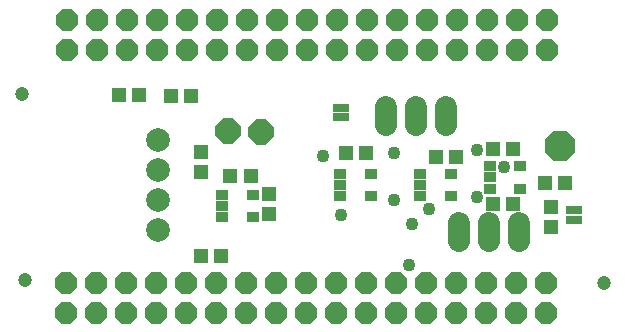
<source format=gts>
G75*
%MOIN*%
%OFA0B0*%
%FSLAX25Y25*%
%IPPOS*%
%LPD*%
%AMOC8*
5,1,8,0,0,1.08239X$1,22.5*
%
%ADD10OC8,0.07087*%
%ADD11C,0.07200*%
%ADD12OC8,0.10200*%
%ADD13OC8,0.08400*%
%ADD14R,0.04724X0.05118*%
%ADD15R,0.05118X0.04724*%
%ADD16R,0.04441X0.03260*%
%ADD17R,0.05500X0.03000*%
%ADD18C,0.07920*%
%ADD19C,0.04724*%
%ADD20C,0.04282*%
D10*
X0027241Y0021531D03*
X0037241Y0021531D03*
X0047241Y0021531D03*
X0057241Y0021531D03*
X0067241Y0021531D03*
X0077241Y0021531D03*
X0087241Y0021531D03*
X0097241Y0021531D03*
X0107241Y0021531D03*
X0117241Y0021531D03*
X0127241Y0021531D03*
X0137241Y0021531D03*
X0147241Y0021531D03*
X0157241Y0021531D03*
X0167241Y0021531D03*
X0177241Y0021531D03*
X0187241Y0021531D03*
X0187241Y0031531D03*
X0177241Y0031531D03*
X0167241Y0031531D03*
X0157241Y0031531D03*
X0147241Y0031531D03*
X0137241Y0031531D03*
X0127241Y0031531D03*
X0117241Y0031531D03*
X0107241Y0031531D03*
X0097241Y0031531D03*
X0087241Y0031531D03*
X0077241Y0031531D03*
X0067241Y0031531D03*
X0057241Y0031531D03*
X0047241Y0031531D03*
X0037241Y0031531D03*
X0027241Y0031531D03*
X0027493Y0109204D03*
X0037493Y0109204D03*
X0047493Y0109204D03*
X0057493Y0109204D03*
X0067493Y0109204D03*
X0077493Y0109204D03*
X0087493Y0109204D03*
X0097493Y0109204D03*
X0107493Y0109204D03*
X0117493Y0109204D03*
X0127493Y0109204D03*
X0137493Y0109204D03*
X0147493Y0109204D03*
X0157493Y0109204D03*
X0167493Y0109204D03*
X0177493Y0109204D03*
X0187493Y0109204D03*
X0187493Y0119204D03*
X0177493Y0119204D03*
X0167493Y0119204D03*
X0157493Y0119204D03*
X0147493Y0119204D03*
X0137493Y0119204D03*
X0127493Y0119204D03*
X0117493Y0119204D03*
X0107493Y0119204D03*
X0097493Y0119204D03*
X0087493Y0119204D03*
X0077493Y0119204D03*
X0067493Y0119204D03*
X0057493Y0119204D03*
X0047493Y0119204D03*
X0037493Y0119204D03*
X0027493Y0119204D03*
D11*
X0134123Y0090023D02*
X0134123Y0084023D01*
X0144123Y0084023D02*
X0144123Y0090023D01*
X0154123Y0090023D02*
X0154123Y0084023D01*
X0158139Y0051263D02*
X0158139Y0045263D01*
X0168139Y0045263D02*
X0168139Y0051263D01*
X0178139Y0051263D02*
X0178139Y0045263D01*
D12*
X0191800Y0077082D03*
D13*
X0092170Y0081870D03*
X0081343Y0081972D03*
D14*
X0072343Y0075090D03*
X0072343Y0068397D03*
X0068828Y0093834D03*
X0062135Y0093834D03*
X0051702Y0093952D03*
X0045009Y0093952D03*
X0072371Y0040252D03*
X0079064Y0040252D03*
X0169721Y0057838D03*
X0176414Y0057838D03*
X0187036Y0064602D03*
X0193729Y0064602D03*
D15*
X0188828Y0056630D03*
X0188828Y0049937D03*
X0157280Y0073468D03*
X0150587Y0073468D03*
X0169517Y0076019D03*
X0176209Y0076019D03*
X0127194Y0074838D03*
X0120501Y0074838D03*
X0094950Y0061039D03*
X0088808Y0066964D03*
X0082115Y0066964D03*
X0094950Y0054346D03*
D16*
X0089595Y0053382D03*
X0079398Y0053382D03*
X0079398Y0057122D03*
X0079398Y0060862D03*
X0089595Y0060862D03*
X0118769Y0060271D03*
X0118769Y0064012D03*
X0118769Y0067752D03*
X0128965Y0067752D03*
X0128965Y0060271D03*
X0145343Y0060271D03*
X0145343Y0064012D03*
X0145343Y0067752D03*
X0155540Y0067752D03*
X0168572Y0066571D03*
X0168572Y0070311D03*
X0178769Y0070311D03*
X0178769Y0062830D03*
X0168572Y0062830D03*
X0155540Y0060271D03*
D17*
X0196682Y0055791D03*
X0196682Y0052547D03*
X0119123Y0086602D03*
X0119123Y0089846D03*
D18*
X0057902Y0079090D03*
X0057902Y0069090D03*
X0057902Y0059090D03*
X0057902Y0049090D03*
D19*
X0013611Y0032515D03*
X0012627Y0094523D03*
X0206524Y0031531D03*
D20*
X0164202Y0060074D03*
X0148454Y0056137D03*
X0142548Y0051216D03*
X0136643Y0059090D03*
X0118926Y0054169D03*
X0141564Y0037437D03*
X0173454Y0069917D03*
X0164202Y0075823D03*
X0136643Y0074838D03*
X0113020Y0073854D03*
M02*

</source>
